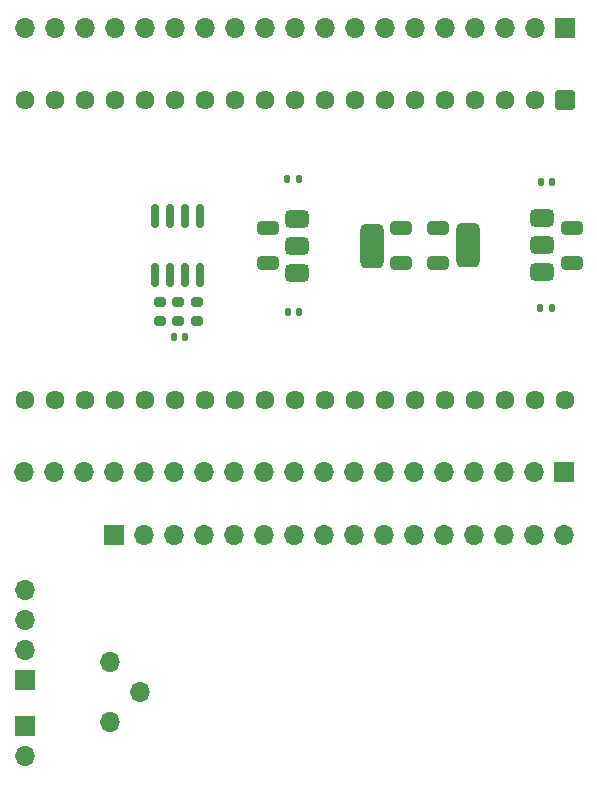
<source format=gbr>
%TF.GenerationSoftware,KiCad,Pcbnew,8.0.6*%
%TF.CreationDate,2025-08-25T17:41:29+02:00*%
%TF.ProjectId,controller,636f6e74-726f-46c6-9c65-722e6b696361,rev?*%
%TF.SameCoordinates,Original*%
%TF.FileFunction,Soldermask,Top*%
%TF.FilePolarity,Negative*%
%FSLAX46Y46*%
G04 Gerber Fmt 4.6, Leading zero omitted, Abs format (unit mm)*
G04 Created by KiCad (PCBNEW 8.0.6) date 2025-08-25 17:41:29*
%MOMM*%
%LPD*%
G01*
G04 APERTURE LIST*
G04 Aperture macros list*
%AMRoundRect*
0 Rectangle with rounded corners*
0 $1 Rounding radius*
0 $2 $3 $4 $5 $6 $7 $8 $9 X,Y pos of 4 corners*
0 Add a 4 corners polygon primitive as box body*
4,1,4,$2,$3,$4,$5,$6,$7,$8,$9,$2,$3,0*
0 Add four circle primitives for the rounded corners*
1,1,$1+$1,$2,$3*
1,1,$1+$1,$4,$5*
1,1,$1+$1,$6,$7*
1,1,$1+$1,$8,$9*
0 Add four rect primitives between the rounded corners*
20,1,$1+$1,$2,$3,$4,$5,0*
20,1,$1+$1,$4,$5,$6,$7,0*
20,1,$1+$1,$6,$7,$8,$9,0*
20,1,$1+$1,$8,$9,$2,$3,0*%
G04 Aperture macros list end*
%ADD10RoundRect,0.102000X-0.704000X0.704000X-0.704000X-0.704000X0.704000X-0.704000X0.704000X0.704000X0*%
%ADD11C,1.612000*%
%ADD12RoundRect,0.375000X-0.625000X-0.375000X0.625000X-0.375000X0.625000X0.375000X-0.625000X0.375000X0*%
%ADD13RoundRect,0.500000X-0.500000X-1.400000X0.500000X-1.400000X0.500000X1.400000X-0.500000X1.400000X0*%
%ADD14RoundRect,0.200000X-0.275000X0.200000X-0.275000X-0.200000X0.275000X-0.200000X0.275000X0.200000X0*%
%ADD15RoundRect,0.250000X-0.650000X0.325000X-0.650000X-0.325000X0.650000X-0.325000X0.650000X0.325000X0*%
%ADD16RoundRect,0.200000X0.275000X-0.200000X0.275000X0.200000X-0.275000X0.200000X-0.275000X-0.200000X0*%
%ADD17R,1.700000X1.700000*%
%ADD18O,1.700000X1.700000*%
%ADD19RoundRect,0.140000X0.140000X0.170000X-0.140000X0.170000X-0.140000X-0.170000X0.140000X-0.170000X0*%
%ADD20RoundRect,0.140000X-0.140000X-0.170000X0.140000X-0.170000X0.140000X0.170000X-0.140000X0.170000X0*%
%ADD21RoundRect,0.150000X-0.150000X0.825000X-0.150000X-0.825000X0.150000X-0.825000X0.150000X0.825000X0*%
%ADD22RoundRect,0.250000X0.650000X-0.325000X0.650000X0.325000X-0.650000X0.325000X-0.650000X-0.325000X0*%
%ADD23RoundRect,0.375000X0.625000X0.375000X-0.625000X0.375000X-0.625000X-0.375000X0.625000X-0.375000X0*%
%ADD24RoundRect,0.500000X0.500000X1.400000X-0.500000X1.400000X-0.500000X-1.400000X0.500000X-1.400000X0*%
G04 APERTURE END LIST*
D10*
%TO.C,U1*%
X218934990Y-39389842D03*
D11*
X216394990Y-39389842D03*
X213854990Y-39389842D03*
X211314990Y-39389842D03*
X208774990Y-39389842D03*
X206234990Y-39389842D03*
X203694990Y-39389842D03*
X201154990Y-39389842D03*
X198614990Y-39389842D03*
X196074990Y-39389842D03*
X193534990Y-39389842D03*
X190994990Y-39389842D03*
X188454990Y-39389842D03*
X185914990Y-39389842D03*
X183374990Y-39389842D03*
X180834990Y-39389842D03*
X178294990Y-39389842D03*
X175754990Y-39389842D03*
X173214990Y-39389842D03*
X218934990Y-64789842D03*
X216394990Y-64789842D03*
X213854990Y-64789842D03*
X211314990Y-64789842D03*
X208774990Y-64789842D03*
X206234990Y-64789842D03*
X203694990Y-64789842D03*
X201154990Y-64789842D03*
X198614990Y-64789842D03*
X196074990Y-64789842D03*
X193534990Y-64789842D03*
X190994990Y-64789842D03*
X188454990Y-64789842D03*
X185914990Y-64789842D03*
X183374990Y-64789842D03*
X180834990Y-64789842D03*
X178294990Y-64789842D03*
X175754990Y-64789842D03*
X173214990Y-64789842D03*
%TD*%
D12*
%TO.C,U4*%
X196299990Y-49494092D03*
X196299990Y-51794092D03*
D13*
X202599990Y-51794092D03*
D12*
X196299990Y-54094092D03*
%TD*%
D14*
%TO.C,R1*%
X187835524Y-56521058D03*
X187835524Y-58171058D03*
%TD*%
D15*
%TO.C,C7*%
X208235524Y-50281592D03*
X208235524Y-53231592D03*
%TD*%
D16*
%TO.C,R2*%
X186235524Y-58171058D03*
X186235524Y-56521058D03*
%TD*%
D15*
%TO.C,C3*%
X219585524Y-50281592D03*
X219585524Y-53231592D03*
%TD*%
D17*
%TO.C,J4*%
X218969990Y-33334092D03*
D18*
X216429990Y-33334092D03*
X213889990Y-33334092D03*
X211349990Y-33334092D03*
X208809990Y-33334092D03*
X206269990Y-33334092D03*
X203729990Y-33334092D03*
X201189990Y-33334092D03*
X198649990Y-33334092D03*
X196109990Y-33334092D03*
X193569990Y-33334092D03*
X191029990Y-33334092D03*
X188489990Y-33334092D03*
X185949990Y-33334092D03*
X183409990Y-33334092D03*
X180869990Y-33334092D03*
X178329990Y-33334092D03*
X175789990Y-33334092D03*
X173249990Y-33334092D03*
%TD*%
D19*
%TO.C,C2*%
X217865524Y-46346058D03*
X216905524Y-46346058D03*
%TD*%
D20*
%TO.C,C6*%
X195485524Y-57396058D03*
X196445524Y-57396058D03*
%TD*%
%TO.C,C5*%
X216885524Y-56996058D03*
X217845524Y-56996058D03*
%TD*%
D17*
%TO.C,J2*%
X173214466Y-92442116D03*
D18*
X173214466Y-94982116D03*
%TD*%
D19*
%TO.C,C9*%
X196415524Y-46146058D03*
X195455524Y-46146058D03*
%TD*%
D21*
%TO.C,U3*%
X188040524Y-49281592D03*
X186770524Y-49281592D03*
X185500524Y-49281592D03*
X184230524Y-49281592D03*
X184230524Y-54231592D03*
X185500524Y-54231592D03*
X186770524Y-54231592D03*
X188040524Y-54231592D03*
%TD*%
D18*
%TO.C,RV1*%
X180478932Y-92072116D03*
X183018932Y-89532116D03*
X180478932Y-86992116D03*
%TD*%
D15*
%TO.C,C8*%
X205085524Y-50281592D03*
X205085524Y-53231592D03*
%TD*%
D19*
%TO.C,C1*%
X186785524Y-59446058D03*
X185825524Y-59446058D03*
%TD*%
D14*
%TO.C,R3*%
X184635524Y-56521058D03*
X184635524Y-58171058D03*
%TD*%
D22*
%TO.C,C4*%
X193785524Y-53231592D03*
X193785524Y-50281592D03*
%TD*%
D23*
%TO.C,U2*%
X217049990Y-54019092D03*
X217049990Y-51719092D03*
D24*
X210749990Y-51719092D03*
D23*
X217049990Y-49419092D03*
%TD*%
D17*
%TO.C,J3*%
X173214466Y-88562116D03*
D18*
X173214466Y-86022116D03*
X173214466Y-83482116D03*
X173214466Y-80942116D03*
%TD*%
D17*
%TO.C,J5*%
X218899990Y-70934092D03*
D18*
X216359990Y-70934092D03*
X213819990Y-70934092D03*
X211279990Y-70934092D03*
X208739990Y-70934092D03*
X206199990Y-70934092D03*
X203659990Y-70934092D03*
X201119990Y-70934092D03*
X198579990Y-70934092D03*
X196039990Y-70934092D03*
X193499990Y-70934092D03*
X190959990Y-70934092D03*
X188419990Y-70934092D03*
X185879990Y-70934092D03*
X183339990Y-70934092D03*
X180799990Y-70934092D03*
X178259990Y-70934092D03*
X175719990Y-70934092D03*
X173179990Y-70934092D03*
%TD*%
D17*
%TO.C,J1*%
X180738932Y-76292116D03*
D18*
X183278932Y-76292116D03*
X185818932Y-76292116D03*
X188358932Y-76292116D03*
X190898932Y-76292116D03*
X193438932Y-76292116D03*
X195978932Y-76292116D03*
X198518932Y-76292116D03*
X201058932Y-76292116D03*
X203598932Y-76292116D03*
X206138932Y-76292116D03*
X208678932Y-76292116D03*
X211218932Y-76292116D03*
X213758932Y-76292116D03*
X216298932Y-76292116D03*
X218838932Y-76292116D03*
%TD*%
M02*

</source>
